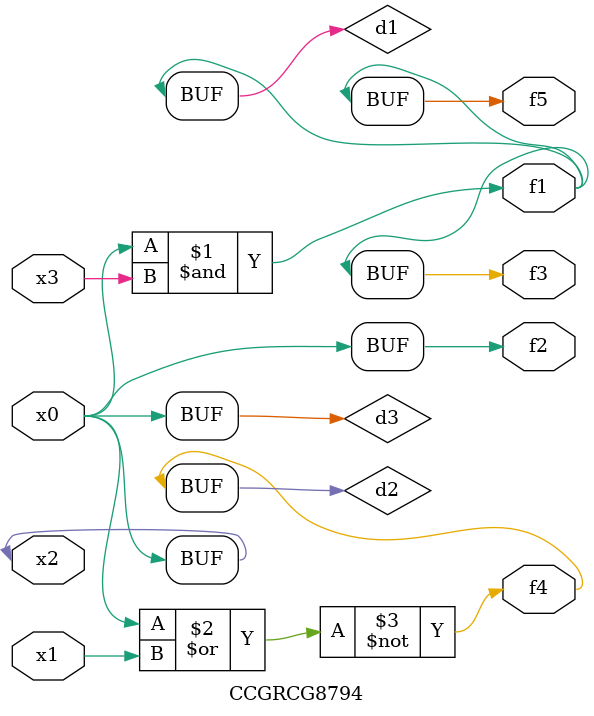
<source format=v>
module CCGRCG8794(
	input x0, x1, x2, x3,
	output f1, f2, f3, f4, f5
);

	wire d1, d2, d3;

	and (d1, x2, x3);
	nor (d2, x0, x1);
	buf (d3, x0, x2);
	assign f1 = d1;
	assign f2 = d3;
	assign f3 = d1;
	assign f4 = d2;
	assign f5 = d1;
endmodule

</source>
